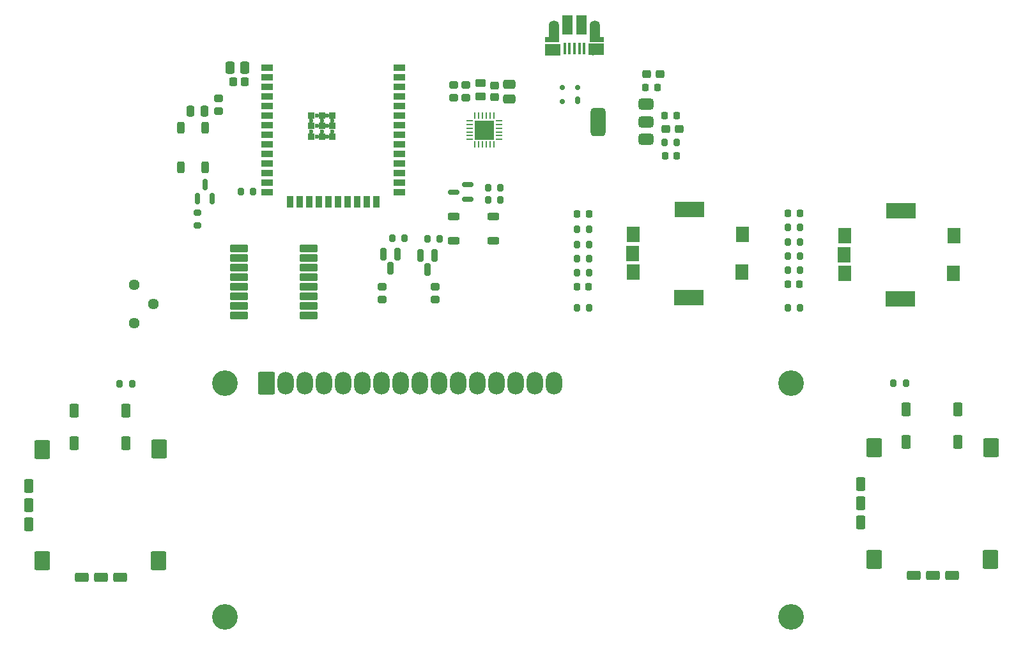
<source format=gbr>
%TF.GenerationSoftware,KiCad,Pcbnew,9.0.2*%
%TF.CreationDate,2025-08-22T17:17:19-07:00*%
%TF.ProjectId,RC,52432e6b-6963-4616-945f-706362585858,rev?*%
%TF.SameCoordinates,Original*%
%TF.FileFunction,Soldermask,Top*%
%TF.FilePolarity,Negative*%
%FSLAX46Y46*%
G04 Gerber Fmt 4.6, Leading zero omitted, Abs format (unit mm)*
G04 Created by KiCad (PCBNEW 9.0.2) date 2025-08-22 17:17:19*
%MOMM*%
%LPD*%
G01*
G04 APERTURE LIST*
G04 Aperture macros list*
%AMRoundRect*
0 Rectangle with rounded corners*
0 $1 Rounding radius*
0 $2 $3 $4 $5 $6 $7 $8 $9 X,Y pos of 4 corners*
0 Add a 4 corners polygon primitive as box body*
4,1,4,$2,$3,$4,$5,$6,$7,$8,$9,$2,$3,0*
0 Add four circle primitives for the rounded corners*
1,1,$1+$1,$2,$3*
1,1,$1+$1,$4,$5*
1,1,$1+$1,$6,$7*
1,1,$1+$1,$8,$9*
0 Add four rect primitives between the rounded corners*
20,1,$1+$1,$2,$3,$4,$5,0*
20,1,$1+$1,$4,$5,$6,$7,0*
20,1,$1+$1,$6,$7,$8,$9,0*
20,1,$1+$1,$8,$9,$2,$3,0*%
G04 Aperture macros list end*
%ADD10RoundRect,0.200000X-0.200000X0.637500X-0.200000X-0.637500X0.200000X-0.637500X0.200000X0.637500X0*%
%ADD11RoundRect,0.150000X0.150000X-0.587500X0.150000X0.587500X-0.150000X0.587500X-0.150000X-0.587500X0*%
%ADD12RoundRect,0.150000X0.587500X0.150000X-0.587500X0.150000X-0.587500X-0.150000X0.587500X-0.150000X0*%
%ADD13RoundRect,0.225000X-0.225000X-0.250000X0.225000X-0.250000X0.225000X0.250000X-0.225000X0.250000X0*%
%ADD14RoundRect,0.250000X-0.320000X-0.295000X0.320000X-0.295000X0.320000X0.295000X-0.320000X0.295000X0*%
%ADD15RoundRect,0.200000X-0.200000X-0.275000X0.200000X-0.275000X0.200000X0.275000X-0.200000X0.275000X0*%
%ADD16C,1.440000*%
%ADD17R,1.700000X2.100000*%
%ADD18R,4.000000X2.100000*%
%ADD19RoundRect,0.250000X0.250000X0.475000X-0.250000X0.475000X-0.250000X-0.475000X0.250000X-0.475000X0*%
%ADD20RoundRect,0.250000X-0.325000X0.250000X-0.325000X-0.250000X0.325000X-0.250000X0.325000X0.250000X0*%
%ADD21RoundRect,0.062500X0.350000X0.062500X-0.350000X0.062500X-0.350000X-0.062500X0.350000X-0.062500X0*%
%ADD22RoundRect,0.062500X0.062500X0.350000X-0.062500X0.350000X-0.062500X-0.350000X0.062500X-0.350000X0*%
%ADD23R,2.600000X2.600000*%
%ADD24RoundRect,0.200000X0.200000X0.275000X-0.200000X0.275000X-0.200000X-0.275000X0.200000X-0.275000X0*%
%ADD25RoundRect,0.180000X-0.420000X-0.720000X0.420000X-0.720000X0.420000X0.720000X-0.420000X0.720000X0*%
%ADD26RoundRect,0.180000X-0.720000X-0.420000X0.720000X-0.420000X0.720000X0.420000X-0.720000X0.420000X0*%
%ADD27RoundRect,0.250000X-0.800000X-1.000000X0.800000X-1.000000X0.800000X1.000000X-0.800000X1.000000X0*%
%ADD28RoundRect,0.375000X0.625000X0.375000X-0.625000X0.375000X-0.625000X-0.375000X0.625000X-0.375000X0*%
%ADD29RoundRect,0.500000X0.500000X1.400000X-0.500000X1.400000X-0.500000X-1.400000X0.500000X-1.400000X0*%
%ADD30RoundRect,0.250000X-0.975000X-0.250000X0.975000X-0.250000X0.975000X0.250000X-0.975000X0.250000X0*%
%ADD31RoundRect,0.250000X-0.525000X-0.250000X0.525000X-0.250000X0.525000X0.250000X-0.525000X0.250000X0*%
%ADD32RoundRect,0.250000X-0.450000X0.262500X-0.450000X-0.262500X0.450000X-0.262500X0.450000X0.262500X0*%
%ADD33RoundRect,0.250000X-0.250000X0.525000X-0.250000X-0.525000X0.250000X-0.525000X0.250000X0.525000X0*%
%ADD34R,1.500000X0.900000*%
%ADD35R,0.900000X1.500000*%
%ADD36R,0.900000X0.900000*%
%ADD37C,0.600000*%
%ADD38RoundRect,0.275000X0.300000X-0.275000X0.300000X0.275000X-0.300000X0.275000X-0.300000X-0.275000X0*%
%ADD39R,0.400000X1.650000*%
%ADD40R,1.825000X0.700000*%
%ADD41R,2.000000X1.500000*%
%ADD42R,1.350000X2.000000*%
%ADD43O,1.350000X1.700000*%
%ADD44O,1.100000X1.500000*%
%ADD45R,1.430000X2.500000*%
%ADD46RoundRect,0.275000X0.275000X0.300000X-0.275000X0.300000X-0.275000X-0.300000X0.275000X-0.300000X0*%
%ADD47RoundRect,0.175000X0.175000X0.325000X-0.175000X0.325000X-0.175000X-0.325000X0.175000X-0.325000X0*%
%ADD48RoundRect,0.150000X0.200000X0.150000X-0.200000X0.150000X-0.200000X-0.150000X0.200000X-0.150000X0*%
%ADD49RoundRect,0.300000X0.300000X0.525000X-0.300000X0.525000X-0.300000X-0.525000X0.300000X-0.525000X0*%
%ADD50RoundRect,0.250000X0.325000X-0.250000X0.325000X0.250000X-0.325000X0.250000X-0.325000X-0.250000X0*%
%ADD51RoundRect,0.300000X0.525000X-0.300000X0.525000X0.300000X-0.525000X0.300000X-0.525000X-0.300000X0*%
%ADD52RoundRect,0.200000X0.275000X-0.200000X0.275000X0.200000X-0.275000X0.200000X-0.275000X-0.200000X0*%
%ADD53C,3.400000*%
%ADD54RoundRect,0.200000X-0.900000X-1.300000X0.900000X-1.300000X0.900000X1.300000X-0.900000X1.300000X0*%
%ADD55O,2.200000X3.000000*%
%ADD56RoundRect,0.218750X-0.218750X-0.256250X0.218750X-0.256250X0.218750X0.256250X-0.218750X0.256250X0*%
G04 APERTURE END LIST*
D10*
%TO.C,Q4*%
X119375000Y-70383400D03*
X117475000Y-70383400D03*
X118425000Y-72258400D03*
%TD*%
%TO.C,Q3*%
X113501300Y-72108300D03*
X112551300Y-70233300D03*
X114451300Y-70233300D03*
%TD*%
D11*
%TO.C,Q1*%
X87950000Y-62862700D03*
X89850000Y-62862700D03*
X88900000Y-60987700D03*
%TD*%
D12*
%TO.C,Q2*%
X123721100Y-62926000D03*
X123721100Y-61026000D03*
X121846100Y-61976000D03*
%TD*%
D13*
%TO.C,C12*%
X149847000Y-51816000D03*
X151397000Y-51816000D03*
%TD*%
D14*
%TO.C,C1*%
X147446000Y-46355000D03*
X149226000Y-46355000D03*
%TD*%
D15*
%TO.C,R13*%
X166118300Y-66650200D03*
X167768300Y-66650200D03*
%TD*%
D13*
%TO.C,C8*%
X166181300Y-64770600D03*
X167731300Y-64770600D03*
%TD*%
D15*
%TO.C,R15*%
X166143700Y-70485600D03*
X167793700Y-70485600D03*
%TD*%
D13*
%TO.C,C11*%
X138226200Y-74549000D03*
X139776200Y-74549000D03*
%TD*%
D16*
%TO.C,Rp1*%
X79578200Y-79324200D03*
X82118200Y-76784200D03*
X79578200Y-74244200D03*
%TD*%
D17*
%TO.C,SW5*%
X145640200Y-67617800D03*
X145625200Y-72628800D03*
X145624200Y-70148800D03*
X160105200Y-67617800D03*
X160083200Y-72597800D03*
D18*
X153111200Y-64312800D03*
X153061200Y-75976800D03*
%TD*%
D13*
%TO.C,C9*%
X166167500Y-74168600D03*
X167717500Y-74168600D03*
%TD*%
D15*
%TO.C,R19*%
X138202400Y-68910200D03*
X139852400Y-68910200D03*
%TD*%
D19*
%TO.C,C7*%
X88895000Y-51231800D03*
X86995000Y-51231800D03*
%TD*%
D20*
%TO.C,R4*%
X90678000Y-49594000D03*
X90678000Y-51244000D03*
%TD*%
D21*
%TO.C,U2*%
X127896100Y-55008800D03*
X127896100Y-54508800D03*
X127896100Y-54008800D03*
X127896100Y-53508800D03*
X127896100Y-53008800D03*
X127896100Y-52508800D03*
D22*
X127208600Y-51821300D03*
X126708600Y-51821300D03*
X126208600Y-51821300D03*
X125708600Y-51821300D03*
X125208600Y-51821300D03*
X124708600Y-51821300D03*
D21*
X124021100Y-52508800D03*
X124021100Y-53008800D03*
X124021100Y-53508800D03*
X124021100Y-54008800D03*
X124021100Y-54508800D03*
X124021100Y-55008800D03*
D22*
X124708600Y-55696300D03*
X125208600Y-55696300D03*
X125708600Y-55696300D03*
X126208600Y-55696300D03*
X126708600Y-55696300D03*
X127208600Y-55696300D03*
D23*
X125958600Y-53758800D03*
%TD*%
D24*
%TO.C,R16*%
X167768300Y-72365200D03*
X166118300Y-72365200D03*
%TD*%
D25*
%TO.C,JS2*%
X175826500Y-103280600D03*
X175826500Y-100740600D03*
X175826500Y-105820600D03*
D26*
X185351500Y-112805600D03*
X182811500Y-112805600D03*
X187891500Y-112805600D03*
D25*
X181795500Y-90771100D03*
X181795500Y-95089100D03*
X188653500Y-90771100D03*
X188653500Y-95089100D03*
D27*
X177626500Y-95880600D03*
X177626500Y-110680600D03*
X193026500Y-110680600D03*
X193040000Y-95859600D03*
%TD*%
D15*
%TO.C,R20*%
X138202400Y-70840600D03*
X139852400Y-70840600D03*
%TD*%
D28*
%TO.C,U3*%
X147345800Y-54954200D03*
D29*
X141045800Y-52654200D03*
D28*
X147345800Y-52654200D03*
X147345800Y-50354200D03*
%TD*%
D30*
%TO.C,U5*%
X93392200Y-69443600D03*
X93392200Y-70713600D03*
X93392200Y-71983600D03*
X93392200Y-73253600D03*
X93392200Y-74523600D03*
X93392200Y-75793600D03*
X93392200Y-77063600D03*
X93392200Y-78333600D03*
X102692200Y-78333600D03*
X102692200Y-77063600D03*
X102692200Y-75793600D03*
X102692200Y-74523600D03*
X102692200Y-73253600D03*
X102692200Y-71983600D03*
X102692200Y-70713600D03*
X102692200Y-69443600D03*
%TD*%
D20*
%TO.C,R2*%
X123520200Y-47790600D03*
X123520200Y-49440600D03*
%TD*%
D31*
%TO.C,BOOT1*%
X121894600Y-65257600D03*
X127144600Y-65257600D03*
X121894600Y-68457600D03*
X127144600Y-68457600D03*
%TD*%
D15*
%TO.C,R25*%
X149797000Y-55372000D03*
X151447000Y-55372000D03*
%TD*%
D32*
%TO.C,R1*%
X125450600Y-47498000D03*
X125450600Y-49323000D03*
%TD*%
D15*
%TO.C,R18*%
X138202400Y-66878200D03*
X139852400Y-66878200D03*
%TD*%
D13*
%TO.C,C10*%
X138252200Y-64891000D03*
X139802200Y-64891000D03*
%TD*%
D15*
%TO.C,R22*%
X138177000Y-77343000D03*
X139827000Y-77343000D03*
%TD*%
D33*
%TO.C,RESET1*%
X88900000Y-53416200D03*
X88900000Y-58666200D03*
X85700000Y-53416200D03*
X85700000Y-58666200D03*
%TD*%
D34*
%TO.C,U1*%
X97172400Y-45504200D03*
X97172400Y-46774200D03*
X97172400Y-48044200D03*
X97172400Y-49314200D03*
X97172400Y-50584200D03*
X97172400Y-51854200D03*
X97172400Y-53124200D03*
X97172400Y-54394200D03*
X97172400Y-55664200D03*
X97172400Y-56934200D03*
X97172400Y-58204200D03*
X97172400Y-59474200D03*
X97172400Y-60744200D03*
X97172400Y-62014200D03*
D35*
X100207400Y-63264200D03*
X101477400Y-63264200D03*
X102747400Y-63264200D03*
X104017400Y-63264200D03*
X105287400Y-63264200D03*
X106557400Y-63264200D03*
X107827400Y-63264200D03*
X109097400Y-63264200D03*
X110367400Y-63264200D03*
X111637400Y-63264200D03*
D34*
X114672400Y-62014200D03*
X114672400Y-60744200D03*
X114672400Y-59474200D03*
X114672400Y-58204200D03*
X114672400Y-56934200D03*
X114672400Y-55664200D03*
X114672400Y-54394200D03*
X114672400Y-53124200D03*
X114672400Y-51854200D03*
X114672400Y-50584200D03*
X114672400Y-49314200D03*
X114672400Y-48044200D03*
X114672400Y-46774200D03*
X114672400Y-45504200D03*
D36*
X105822400Y-51824200D03*
D37*
X105122400Y-51824200D03*
D36*
X104422400Y-51824200D03*
D37*
X103722400Y-51824200D03*
D36*
X103022400Y-51824200D03*
D37*
X105822400Y-52524200D03*
X104422400Y-52524200D03*
X103022400Y-52524200D03*
D36*
X105822400Y-53224200D03*
D37*
X105122400Y-53224200D03*
D36*
X104422400Y-53224200D03*
D37*
X103722400Y-53224200D03*
D36*
X103022400Y-53224200D03*
D37*
X105822400Y-53924200D03*
X104422400Y-53924200D03*
X103022400Y-53924200D03*
D36*
X105822400Y-54624200D03*
D37*
X105122400Y-54624200D03*
D36*
X104422400Y-54624200D03*
D37*
X103722400Y-54624200D03*
D36*
X103022400Y-54624200D03*
%TD*%
D38*
%TO.C,C4*%
X127330200Y-49416000D03*
X127330200Y-47866000D03*
%TD*%
D17*
%TO.C,SW1*%
X173664500Y-67770200D03*
X173649500Y-72781200D03*
X173648500Y-70301200D03*
X188129500Y-67770200D03*
X188107500Y-72750200D03*
D18*
X181135500Y-64465200D03*
X181085500Y-76129200D03*
%TD*%
D15*
%TO.C,R23*%
X77598000Y-87376000D03*
X79248000Y-87376000D03*
%TD*%
D39*
%TO.C,J1*%
X139176400Y-42977200D03*
X138526400Y-42977200D03*
X137876400Y-42977200D03*
X137226400Y-42977200D03*
X136576400Y-42977200D03*
D40*
X140826400Y-41777200D03*
D41*
X140726400Y-43077200D03*
D42*
X140606400Y-41027200D03*
D43*
X140606400Y-40097200D03*
D44*
X140296400Y-43097200D03*
D45*
X138836400Y-39827200D03*
X136916400Y-39827200D03*
D44*
X135456400Y-43097200D03*
D43*
X135146400Y-40097200D03*
D42*
X135126400Y-41027200D03*
D41*
X134976400Y-43097200D03*
D40*
X134876400Y-41777200D03*
%TD*%
D46*
%TO.C,C6*%
X94218800Y-47371000D03*
X92668800Y-47371000D03*
%TD*%
D15*
%TO.C,R17*%
X166118300Y-77343000D03*
X167768300Y-77343000D03*
%TD*%
D14*
%TO.C,C2*%
X149985000Y-53594000D03*
X151765000Y-53594000D03*
%TD*%
D15*
%TO.C,R9*%
X118378300Y-68148200D03*
X120028300Y-68148200D03*
%TD*%
D13*
%TO.C,C13*%
X147308000Y-48133000D03*
X148858000Y-48133000D03*
%TD*%
D47*
%TO.C,D1*%
X138261600Y-49811500D03*
D48*
X138261600Y-48111500D03*
X136261600Y-48111500D03*
X136261600Y-50011500D03*
%TD*%
D25*
%TO.C,JS1*%
X65590500Y-103496250D03*
X65590500Y-100956250D03*
X65590500Y-106036250D03*
D26*
X75115500Y-113021250D03*
X72575500Y-113021250D03*
X77655500Y-113021250D03*
D25*
X71559500Y-90986750D03*
X71559500Y-95304750D03*
X78417500Y-90986750D03*
X78417500Y-95304750D03*
D27*
X67390500Y-96096250D03*
X67390500Y-110896250D03*
X82790500Y-110896250D03*
X82804000Y-96075250D03*
%TD*%
D49*
%TO.C,C5*%
X94168000Y-45491400D03*
X92268000Y-45491400D03*
%TD*%
D15*
%TO.C,R24*%
X180136800Y-87299800D03*
X181786800Y-87299800D03*
%TD*%
D50*
%TO.C,R3*%
X121843800Y-49452800D03*
X121843800Y-47802800D03*
%TD*%
%TO.C,R11*%
X119406500Y-76199000D03*
X119406500Y-74549000D03*
%TD*%
D15*
%TO.C,R10*%
X113742200Y-68122800D03*
X115392200Y-68122800D03*
%TD*%
%TO.C,R14*%
X166118300Y-68631400D03*
X167768300Y-68631400D03*
%TD*%
D51*
%TO.C,C3*%
X129209800Y-49616400D03*
X129209800Y-47716400D03*
%TD*%
D15*
%TO.C,R5*%
X126415800Y-61391800D03*
X128065800Y-61391800D03*
%TD*%
D52*
%TO.C,R6*%
X87935200Y-66382400D03*
X87935200Y-64732400D03*
%TD*%
D24*
%TO.C,R8*%
X128066800Y-63042800D03*
X126416800Y-63042800D03*
%TD*%
D20*
%TO.C,R12*%
X112395000Y-74549000D03*
X112395000Y-76199000D03*
%TD*%
D24*
%TO.C,R7*%
X95325200Y-61950600D03*
X93675200Y-61950600D03*
%TD*%
D53*
%TO.C,DS1*%
X91541600Y-87299800D03*
X91541600Y-118300500D03*
X166540180Y-118300500D03*
X166540700Y-87299800D03*
D54*
X97040700Y-87299800D03*
D55*
X99580700Y-87299800D03*
X102120700Y-87299800D03*
X104660700Y-87299800D03*
X107200700Y-87299800D03*
X109740700Y-87299800D03*
X112280700Y-87299800D03*
X114820700Y-87299800D03*
X117360700Y-87299800D03*
X119900700Y-87299800D03*
X122440700Y-87299800D03*
X124980700Y-87299800D03*
X127520700Y-87299800D03*
X130060700Y-87299800D03*
X132600700Y-87299800D03*
X135140700Y-87299800D03*
%TD*%
D56*
%TO.C,D2*%
X149860000Y-57150000D03*
X151435000Y-57150000D03*
%TD*%
D24*
%TO.C,R21*%
X139827000Y-72644000D03*
X138177000Y-72644000D03*
%TD*%
M02*

</source>
